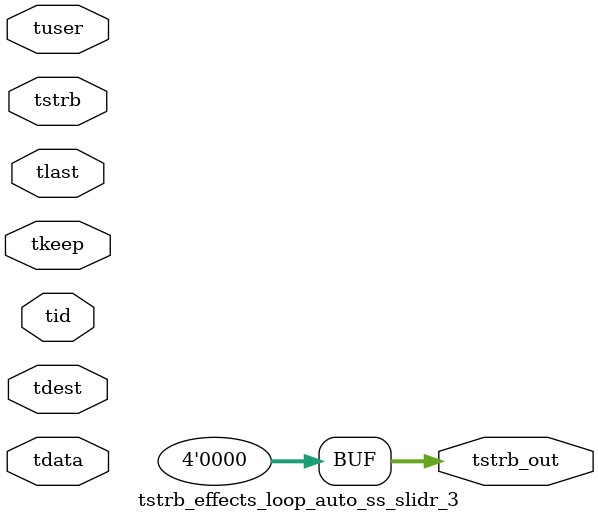
<source format=v>


`timescale 1ps/1ps

module tstrb_effects_loop_auto_ss_slidr_3 #
(
parameter C_S_AXIS_TDATA_WIDTH = 32,
parameter C_S_AXIS_TUSER_WIDTH = 0,
parameter C_S_AXIS_TID_WIDTH   = 0,
parameter C_S_AXIS_TDEST_WIDTH = 0,
parameter C_M_AXIS_TDATA_WIDTH = 32
)
(
input  [(C_S_AXIS_TDATA_WIDTH == 0 ? 1 : C_S_AXIS_TDATA_WIDTH)-1:0     ] tdata,
input  [(C_S_AXIS_TUSER_WIDTH == 0 ? 1 : C_S_AXIS_TUSER_WIDTH)-1:0     ] tuser,
input  [(C_S_AXIS_TID_WIDTH   == 0 ? 1 : C_S_AXIS_TID_WIDTH)-1:0       ] tid,
input  [(C_S_AXIS_TDEST_WIDTH == 0 ? 1 : C_S_AXIS_TDEST_WIDTH)-1:0     ] tdest,
input  [(C_S_AXIS_TDATA_WIDTH/8)-1:0 ] tkeep,
input  [(C_S_AXIS_TDATA_WIDTH/8)-1:0 ] tstrb,
input                                                                    tlast,
output [(C_M_AXIS_TDATA_WIDTH/8)-1:0 ] tstrb_out
);

assign tstrb_out = {1'b0};

endmodule


</source>
